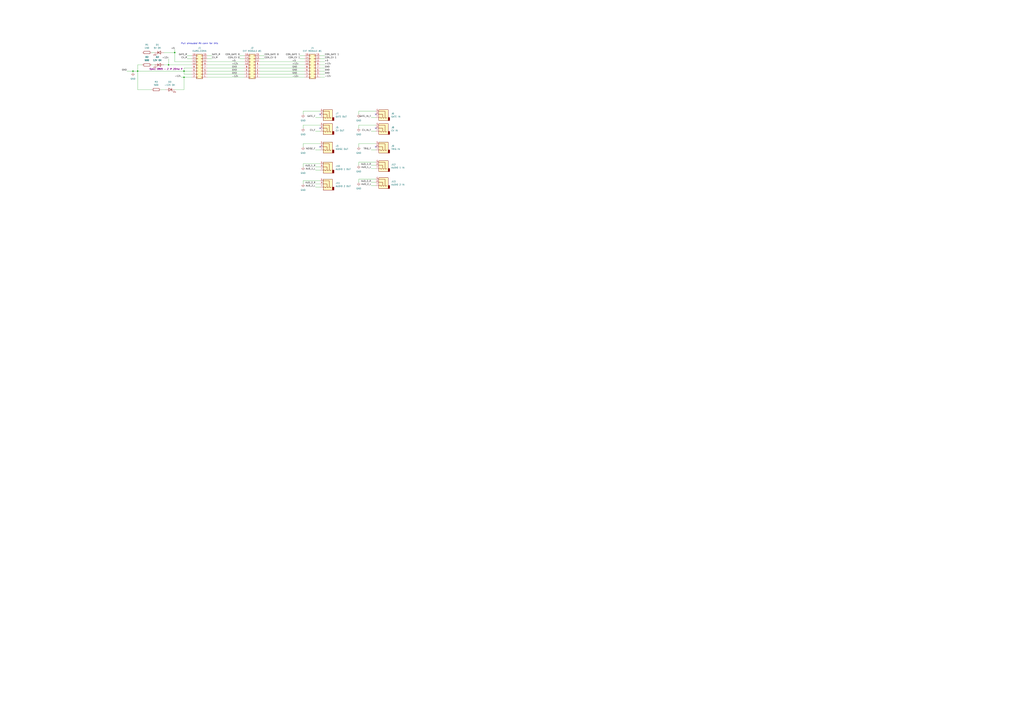
<source format=kicad_sch>
(kicad_sch (version 20231120) (generator "eeschema") (generator_version "8.0")
  (paper "A1")
  (lib_symbols
    (symbol "Connector_Audio:AudioJack3"
      (property "Reference" "J" (at 0 8.89 0))
      (property "Value" "AudioJack3" (at 0 6.35 0))
      (symbol "AudioJack3_0_1"
        (rectangle (start -5.08 -5.08) (end -6.35 -2.54) (stroke (width 0.254)) (fill (type outline)))
        (polyline (pts (xy 0 -2.54) (xy 0.635 -3.175) (xy 1.27 -2.54) (xy 2.54 -2.54)) (stroke (width 0.254)))
        (polyline (pts (xy -1.905 -2.54) (xy -1.27 -3.175) (xy -0.635 -2.54) (xy -0.635 0) (xy 2.54 0)) (stroke (width 0.254)))
        (polyline (pts (xy 2.54 2.54) (xy -2.54 2.54) (xy -2.54 -2.54) (xy -3.175 -3.175) (xy -3.81 -2.54)) (stroke (width 0.254)))
        (rectangle (start 2.54 3.81) (end -5.08 -5.08) (stroke (width 0.254)) (fill (type background)))
      )
      (symbol "AudioJack3_1_1"
        (pin passive line (at 5.08 0 180) (length 2.54) (name "~") (number "R"))
        (pin passive line (at 5.08 2.54 180) (length 2.54) (name "~") (number "S"))
        (pin passive line (at 5.08 -2.54 180) (length 2.54) (name "~") (number "T"))
      )
    )
    (symbol "Connector_Generic:Conn_02x08_Odd_Even" (pin_names (offset 1.016) hide)
      (property "Reference" "J" (at 1.27 10.16 0))
      (property "Value" "Conn_02x08_Odd_Even" (at 1.27 -12.7 0))
      (symbol "Conn_02x08_Odd_Even_1_1"
        (rectangle (start -1.27 -10.033) (end 0 -10.287) (stroke (width 0.1524)))
        (rectangle (start -1.27 -7.493) (end 0 -7.747) (stroke (width 0.1524)))
        (rectangle (start -1.27 -4.953) (end 0 -5.207) (stroke (width 0.1524)))
        (rectangle (start -1.27 -2.413) (end 0 -2.667) (stroke (width 0.1524)))
        (rectangle (start -1.27 0.127) (end 0 -0.127) (stroke (width 0.1524)))
        (rectangle (start -1.27 2.667) (end 0 2.413) (stroke (width 0.1524)))
        (rectangle (start -1.27 5.207) (end 0 4.953) (stroke (width 0.1524)))
        (rectangle (start -1.27 7.747) (end 0 7.493) (stroke (width 0.1524)))
        (rectangle (start -1.27 8.89) (end 3.81 -11.43) (stroke (width 0.254)) (fill (type background)))
        (rectangle (start 3.81 -10.033) (end 2.54 -10.287) (stroke (width 0.1524)))
        (rectangle (start 3.81 -7.493) (end 2.54 -7.747) (stroke (width 0.1524)))
        (rectangle (start 3.81 -4.953) (end 2.54 -5.207) (stroke (width 0.1524)))
        (rectangle (start 3.81 -2.413) (end 2.54 -2.667) (stroke (width 0.1524)))
        (rectangle (start 3.81 0.127) (end 2.54 -0.127) (stroke (width 0.1524)))
        (rectangle (start 3.81 2.667) (end 2.54 2.413) (stroke (width 0.1524)))
        (rectangle (start 3.81 5.207) (end 2.54 4.953) (stroke (width 0.1524)))
        (rectangle (start 3.81 7.747) (end 2.54 7.493) (stroke (width 0.1524)))
        (pin passive line (at -5.08 7.62 0) (length 3.81) (name "Pin_1") (number "1"))
        (pin passive line (at 7.62 -2.54 180) (length 3.81) (name "Pin_10") (number "10"))
        (pin passive line (at -5.08 -5.08 0) (length 3.81) (name "Pin_11") (number "11"))
        (pin passive line (at 7.62 -5.08 180) (length 3.81) (name "Pin_12") (number "12"))
        (pin passive line (at -5.08 -7.62 0) (length 3.81) (name "Pin_13") (number "13"))
        (pin passive line (at 7.62 -7.62 180) (length 3.81) (name "Pin_14") (number "14"))
        (pin passive line (at -5.08 -10.16 0) (length 3.81) (name "Pin_15") (number "15"))
        (pin passive line (at 7.62 -10.16 180) (length 3.81) (name "Pin_16") (number "16"))
        (pin passive line (at 7.62 7.62 180) (length 3.81) (name "Pin_2") (number "2"))
        (pin passive line (at -5.08 5.08 0) (length 3.81) (name "Pin_3") (number "3"))
        (pin passive line (at 7.62 5.08 180) (length 3.81) (name "Pin_4") (number "4"))
        (pin passive line (at -5.08 2.54 0) (length 3.81) (name "Pin_5") (number "5"))
        (pin passive line (at 7.62 2.54 180) (length 3.81) (name "Pin_6") (number "6"))
        (pin passive line (at -5.08 0 0) (length 3.81) (name "Pin_7") (number "7"))
        (pin passive line (at 7.62 0 180) (length 3.81) (name "Pin_8") (number "8"))
        (pin passive line (at -5.08 -2.54 0) (length 3.81) (name "Pin_9") (number "9"))
      )
    )
    (symbol "Device:LED" (pin_numbers hide) (pin_names (offset 1.016) hide)
      (property "Reference" "D" (at 0 2.54 0))
      (property "Value" "LED" (at 0 -2.54 0))
      (symbol "LED_0_1"
        (polyline (pts (xy -1.27 -1.27) (xy -1.27 1.27)) (stroke (width 0.254)))
        (polyline (pts (xy -1.27 0) (xy 1.27 0)))
        (polyline (pts (xy 1.27 -1.27) (xy 1.27 1.27) (xy -1.27 0) (xy 1.27 -1.27)) (stroke (width 0.254)))
        (polyline (pts (xy -3.048 -0.762) (xy -4.572 -2.286) (xy -3.81 -2.286) (xy -4.572 -2.286) (xy -4.572 -1.524)))
        (polyline (pts (xy -1.778 -0.762) (xy -3.302 -2.286) (xy -2.54 -2.286) (xy -3.302 -2.286) (xy -3.302 -1.524)))
      )
      (symbol "LED_1_1"
        (pin passive line (at -3.81 0 0) (length 2.54) (name "K") (number "1"))
        (pin passive line (at 3.81 0 180) (length 2.54) (name "A") (number "2"))
      )
    )
    (symbol "Device:R" (pin_numbers hide) (pin_names (offset 0))
      (property "Reference" "R" (at 2.032 0 90))
      (property "Value" "R" (at 0 0 90))
      (symbol "R_0_1"
        (rectangle (start -1.016 -2.54) (end 1.016 2.54) (stroke (width 0.254)))
      )
      (symbol "R_1_1"
        (pin passive line (at 0 3.81 270) (length 1.27) (name "~") (number "1"))
        (pin passive line (at 0 -3.81 90) (length 1.27) (name "~") (number "2"))
      )
    )
    (symbol "power:GND" (power) (pin_numbers hide) (pin_names (offset 0) hide)
      (property "Value" "GND" (at 0 -3.81 0))
      (symbol "GND_0_1"
        (polyline (pts (xy 0 0) (xy 0 -1.27) (xy 1.27 -1.27) (xy 0 -2.54) (xy -1.27 -1.27) (xy 0 -1.27)))
      )
      (symbol "GND_1_1"
        (pin power_in line (at 0 0 270) (length 0) (name "~") (number "1"))
      )
    )
  )
  (junction (at 151.13 63.5))
  (junction (at 138.43 53.34))
  (junction (at 143.51 43.18))
  (junction (at 151.13 58.42))
  (junction (at 109.22 58.42))
  (junction (at 113.03 58.42))
  (no_connect (at 262.89 105.41))
  (no_connect (at 308.61 93.98))
  (no_connect (at 262.89 120.65))
  (no_connect (at 308.61 105.41))
  (no_connect (at 308.61 120.65))
  (no_connect (at 262.89 93.98))
  (wire (pts (xy 294.64 102.87) (xy 308.61 102.87)))
  (wire (pts (xy 246.38 48.26) (xy 250.19 48.26)))
  (wire (pts (xy 266.7 55.88) (xy 262.89 55.88)))
  (wire (pts (xy 294.64 118.11) (xy 308.61 118.11)))
  (wire (pts (xy 213.36 58.42) (xy 250.19 58.42)))
  (wire (pts (xy 134.62 53.34) (xy 138.43 53.34)))
  (wire (pts (xy 259.08 139.7) (xy 262.89 139.7)))
  (wire (pts (xy 266.7 58.42) (xy 262.89 58.42)))
  (wire (pts (xy 259.08 153.67) (xy 262.89 153.67)))
  (wire (pts (xy 248.92 134.62) (xy 262.89 134.62)))
  (wire (pts (xy 116.84 53.34) (xy 113.03 53.34)))
  (wire (pts (xy 213.36 50.8) (xy 250.19 50.8)))
  (wire (pts (xy 124.46 53.34) (xy 127 53.34)))
  (wire (pts (xy 153.67 45.72) (xy 157.48 45.72)))
  (wire (pts (xy 151.13 58.42) (xy 157.48 58.42)))
  (wire (pts (xy 170.18 50.8) (xy 200.66 50.8)))
  (wire (pts (xy 151.13 63.5) (xy 157.48 63.5)))
  (wire (pts (xy 294.64 91.44) (xy 308.61 91.44)))
  (wire (pts (xy 259.08 123.19) (xy 262.89 123.19)))
  (wire (pts (xy 153.67 48.26) (xy 157.48 48.26)))
  (wire (pts (xy 170.18 58.42) (xy 200.66 58.42)))
  (wire (pts (xy 304.8 152.4) (xy 308.61 152.4)))
  (wire (pts (xy 294.64 118.11) (xy 294.64 120.65)))
  (wire (pts (xy 304.8 107.95) (xy 308.61 107.95)))
  (wire (pts (xy 266.7 50.8) (xy 262.89 50.8)))
  (wire (pts (xy 248.92 91.44) (xy 262.89 91.44)))
  (wire (pts (xy 248.92 102.87) (xy 262.89 102.87)))
  (wire (pts (xy 143.51 40.64) (xy 143.51 43.18)))
  (wire (pts (xy 173.99 48.26) (xy 170.18 48.26)))
  (wire (pts (xy 170.18 63.5) (xy 200.66 63.5)))
  (wire (pts (xy 143.51 50.8) (xy 157.48 50.8)))
  (wire (pts (xy 304.8 149.86) (xy 308.61 149.86)))
  (wire (pts (xy 138.43 53.34) (xy 157.48 53.34)))
  (wire (pts (xy 259.08 151.13) (xy 262.89 151.13)))
  (wire (pts (xy 143.51 43.18) (xy 143.51 50.8)))
  (wire (pts (xy 196.85 45.72) (xy 200.66 45.72)))
  (wire (pts (xy 213.36 60.96) (xy 250.19 60.96)))
  (wire (pts (xy 248.92 102.87) (xy 248.92 105.41)))
  (wire (pts (xy 135.89 73.66) (xy 132.08 73.66)))
  (wire (pts (xy 104.14 58.42) (xy 109.22 58.42)))
  (wire (pts (xy 170.18 55.88) (xy 200.66 55.88)))
  (wire (pts (xy 248.92 134.62) (xy 248.92 137.16)))
  (wire (pts (xy 113.03 73.66) (xy 113.03 58.42)))
  (wire (pts (xy 259.08 96.52) (xy 262.89 96.52)))
  (wire (pts (xy 266.7 63.5) (xy 262.89 63.5)))
  (wire (pts (xy 109.22 59.69) (xy 109.22 58.42)))
  (wire (pts (xy 213.36 55.88) (xy 250.19 55.88)))
  (wire (pts (xy 134.62 43.18) (xy 143.51 43.18)))
  (wire (pts (xy 304.8 135.89) (xy 308.61 135.89)))
  (wire (pts (xy 173.99 45.72) (xy 170.18 45.72)))
  (wire (pts (xy 151.13 60.96) (xy 157.48 60.96)))
  (wire (pts (xy 248.92 91.44) (xy 248.92 93.98)))
  (wire (pts (xy 148.59 63.5) (xy 151.13 63.5)))
  (wire (pts (xy 294.64 91.44) (xy 294.64 93.98)))
  (wire (pts (xy 109.22 58.42) (xy 113.03 58.42)))
  (wire (pts (xy 248.92 148.59) (xy 248.92 151.13)))
  (wire (pts (xy 151.13 55.88) (xy 157.48 55.88)))
  (wire (pts (xy 304.8 138.43) (xy 308.61 138.43)))
  (wire (pts (xy 266.7 45.72) (xy 262.89 45.72)))
  (wire (pts (xy 266.7 60.96) (xy 262.89 60.96)))
  (wire (pts (xy 170.18 53.34) (xy 200.66 53.34)))
  (wire (pts (xy 294.64 147.32) (xy 308.61 147.32)))
  (wire (pts (xy 294.64 102.87) (xy 294.64 105.41)))
  (wire (pts (xy 124.46 43.18) (xy 127 43.18)))
  (wire (pts (xy 113.03 73.66) (xy 124.46 73.66)))
  (wire (pts (xy 248.92 148.59) (xy 262.89 148.59)))
  (wire (pts (xy 196.85 48.26) (xy 200.66 48.26)))
  (wire (pts (xy 304.8 96.52) (xy 308.61 96.52)))
  (wire (pts (xy 170.18 60.96) (xy 200.66 60.96)))
  (wire (pts (xy 217.17 45.72) (xy 213.36 45.72)))
  (wire (pts (xy 266.7 53.34) (xy 262.89 53.34)))
  (wire (pts (xy 113.03 53.34) (xy 113.03 58.42)))
  (wire (pts (xy 113.03 58.42) (xy 151.13 58.42)))
  (wire (pts (xy 294.64 133.35) (xy 308.61 133.35)))
  (wire (pts (xy 151.13 63.5) (xy 151.13 73.66)))
  (wire (pts (xy 143.51 73.66) (xy 151.13 73.66)))
  (wire (pts (xy 151.13 55.88) (xy 151.13 58.42)))
  (wire (pts (xy 217.17 48.26) (xy 213.36 48.26)))
  (wire (pts (xy 294.64 133.35) (xy 294.64 135.89)))
  (wire (pts (xy 248.92 118.11) (xy 248.92 120.65)))
  (wire (pts (xy 246.38 45.72) (xy 250.19 45.72)))
  (wire (pts (xy 259.08 107.95) (xy 262.89 107.95)))
  (wire (pts (xy 259.08 137.16) (xy 262.89 137.16)))
  (wire (pts (xy 266.7 48.26) (xy 262.89 48.26)))
  (wire (pts (xy 138.43 48.26) (xy 138.43 53.34)))
  (wire (pts (xy 248.92 118.11) (xy 262.89 118.11)))
  (wire (pts (xy 294.64 147.32) (xy 294.64 149.86)))
  (wire (pts (xy 213.36 63.5) (xy 250.19 63.5)))
  (wire (pts (xy 304.8 123.19) (xy 308.61 123.19)))
  (wire (pts (xy 213.36 53.34) (xy 250.19 53.34)))
  (wire (pts (xy 151.13 58.42) (xy 151.13 60.96)))
  (text "Pull shrouded RA conn for this" (at 163.83 35.814 0) (effects (font (size 1.27 1.27) (italic yes))))
  (label "GATE_F" (at 259.08 96.52 180))
  (label "CON_GATE 0" (at 196.85 45.72 180))
  (label "+5" (at 190.5 50.8 0))
  (label "GND" (at 266.7 60.96 0))
  (label "AUD_2_R" (at 259.08 151.13 180))
  (label "-12v" (at 148.59 63.5 180))
  (label "GND" (at 190.5 55.88 0))
  (label "CON_CV 1" (at 266.7 48.26 0))
  (label "+12v" (at 190.5 53.34 0))
  (label "CV_R" (at 173.99 48.26 0))
  (label "-12v" (at 190.5 63.5 0))
  (label "AUD_2_R" (at 304.8 149.86 180))
  (label "AUD_1_R" (at 259.08 137.16 180))
  (label "CV_R" (at 153.67 48.26 180))
  (label "CV_F" (at 259.08 107.95 180))
  (label "+5" (at 266.7 50.8 0))
  (label "CV_IN_F" (at 304.8 107.95 180))
  (label "GATE_IN_F" (at 304.8 96.52 180))
  (label "GND" (at 104.14 58.42 180))
  (label "+12v" (at 266.7 53.34 0))
  (label "CON_CV 1" (at 246.38 48.26 180))
  (label "CON_GATE 1" (at 266.7 45.72 0))
  (label "CON_GATE 0" (at 217.17 45.72 0))
  (label "CON_CV 0" (at 217.17 48.26 0))
  (label "-12v" (at 266.7 63.5 0))
  (label "CON_GATE 1" (at 246.38 45.72 180))
  (label "AUD_2_L" (at 304.8 152.4 180))
  (label "-12v" (at 240.03 63.5 0))
  (label "+12v" (at 138.43 48.26 180))
  (label "AUD_1_L" (at 304.8 138.43 180))
  (label "GND" (at 240.03 58.42 0))
  (label "GND" (at 190.5 60.96 0))
  (label "AUD_2_L" (at 259.08 153.67 180))
  (label "NOISE_F" (at 259.08 123.19 180))
  (label "TRIG_F" (at 304.8 123.19 180))
  (label "+5" (at 143.51 40.64 180))
  (label "GND" (at 266.7 55.88 0))
  (label "+5" (at 240.03 50.8 0))
  (label "GND" (at 190.5 58.42 0))
  (label "+12v" (at 240.03 53.34 0))
  (label "CON_CV 0" (at 196.85 48.26 180))
  (label "GND" (at 266.7 58.42 0))
  (label "GATE_R" (at 173.99 45.72 0))
  (label "AUD_1_R" (at 304.8 135.89 180))
  (label "GATE_R" (at 153.67 45.72 180))
  (label "GND" (at 240.03 60.96 0))
  (label "GND" (at 240.03 55.88 0))
  (label "AUD_1_L" (at 259.08 139.7 180))
  (symbol (lib_id "Connector_Audio:AudioJack3") (at 267.97 93.98 0) (mirror y) (unit 1)
    (property "Reference" "J7" (at 275.59 93.3449 0) (effects (justify right)))
    (property "Value" "GATE OUT" (at 275.59 95.8849 0) (effects (justify right)))
    (property "Footprint" "Connector_Audio:Jack_3.5mm_Ledino_KB3SPRS_Horizontal" (effects (hide yes)))
    (property "Description" "Audio Jack, 3 Poles (Stereo / TRS)" (effects (hide yes)))
  )
  (symbol (lib_id "power:GND") (at 109.22 59.69 0) (unit 1)
    (property "Reference" "#PWR01" (effects (hide yes)))
    (property "Value" "GND" (at 109.22 64.77 0))
    (property "Description" "Power symbol creates a global label with name \"GND\" , ground" (effects (hide yes)))
  )
  (symbol (lib_id "power:GND") (at 248.92 93.98 0) (unit 1)
    (property "Reference" "#PWR02" (effects (hide yes)))
    (property "Value" "GND" (at 248.92 99.06 0))
    (property "Description" "Power symbol creates a global label with name \"GND\" , ground" (effects (hide yes)))
  )
  (symbol (lib_id "Connector_Audio:AudioJack3") (at 267.97 105.41 0) (mirror y) (unit 1)
    (property "Reference" "J5" (at 275.59 104.7749 0) (effects (justify right)))
    (property "Value" "CV OUT" (at 275.59 107.3149 0) (effects (justify right)))
    (property "Footprint" "Connector_Audio:Jack_3.5mm_Ledino_KB3SPRS_Horizontal" (effects (hide yes)))
    (property "Description" "Audio Jack, 3 Poles (Stereo / TRS)" (effects (hide yes)))
  )
  (symbol (lib_id "Connector_Generic:Conn_02x08_Odd_Even") (at 165.1 55.88 180) (unit 1)
    (property "Reference" "J1" (at 163.83 39.37 0))
    (property "Value" "EURO_CONN" (at 163.83 41.91 0))
    (property "Footprint" "AT-Footprints:EURORACK Right Angle" (effects (hide yes)))
    (property "Description" "Generic connector, double row, 02x08, odd/even pin numbering scheme (row 1 odd numbers, row 2 even numbers), script generated (kicad-library-utils/schlib/autogen/connector/)" (effects (hide yes)))
  )
  (symbol (lib_id "Connector_Audio:AudioJack3") (at 313.69 135.89 0) (mirror y) (unit 1)
    (property "Reference" "J12" (at 321.31 135.2549 0) (effects (justify right)))
    (property "Value" "AUDIO 1 IN" (at 321.31 137.7949 0) (effects (justify right)))
    (property "Footprint" "Connector_Audio:Jack_3.5mm_Ledino_KB3SPRS_Horizontal" (effects (hide yes)))
    (property "Description" "Audio Jack, 3 Poles (Stereo / TRS)" (effects (hide yes)))
  )
  (symbol (lib_id "Connector_Audio:AudioJack3") (at 313.69 120.65 0) (mirror y) (unit 1)
    (property "Reference" "J9" (at 321.31 120.0149 0) (effects (justify right)))
    (property "Value" "TRIG IN" (at 321.31 122.5549 0) (effects (justify right)))
    (property "Footprint" "Connector_Audio:Jack_3.5mm_Ledino_KB3SPRS_Horizontal" (effects (hide yes)))
    (property "Description" "Audio Jack, 3 Poles (Stereo / TRS)" (effects (hide yes)))
  )
  (symbol (lib_id "power:GND") (at 248.92 151.13 0) (unit 1)
    (property "Reference" "#PWR09" (effects (hide yes)))
    (property "Value" "GND" (at 248.92 156.21 0))
    (property "Description" "Power symbol creates a global label with name \"GND\" , ground" (effects (hide yes)))
  )
  (symbol (lib_id "Device:R") (at 120.65 53.34 90) (unit 1)
    (property "Reference" "R2" (at 120.65 46.99 90))
    (property "Value" "500" (at 120.65 49.53 90))
    (property "Footprint" "Resistor_SMD:R_0805_2012Metric_Pad1.20x1.40mm_HandSolder" (effects (hide yes)))
    (property "Description" "Resistor" (effects (hide yes)))
  )
  (symbol (lib_id "Connector_Audio:AudioJack3") (at 267.97 120.65 0) (mirror y) (unit 1)
    (property "Reference" "J3" (at 275.59 120.0149 0) (effects (justify right)))
    (property "Value" "NOISE OUT" (at 275.59 122.5549 0) (effects (justify right)))
    (property "Footprint" "Connector_Audio:Jack_3.5mm_Ledino_KB3SPRS_Horizontal" (effects (hide yes)))
    (property "Description" "Audio Jack, 3 Poles (Stereo / TRS)" (effects (hide yes)))
  )
  (symbol (lib_id "Device:LED") (at 130.81 53.34 0) (unit 1)
    (property "Reference" "D2" (at 129.2225 46.99 0))
    (property "Value" "12V OK" (at 129.2225 49.53 0))
    (property "Footprint" "LED_SMD:LED_0805_2012Metric" (effects (hide yes)))
    (property "Datasheet" "https://www.digikey.com/en/products/filter/led-indication-discrete/105?s=N4IgjCBcoGwJxVAYygMwIYBsDOBTANCAPZQDaIALAAxwDMdIAuoQA4AuUIAymwE4CWAOwDmIAL6FaYBNBApIGHAWJlwMABwB2AEzamrDpG58hoiSACsFWojloseQiUjkw1qhZj6Q7TjwEi4oRg2nAQsvKKjiouIPS02uogknShySDqYOowFprpGhQUXoQFFkklcFoIhOq0GnmEFJplmuUZdQw1tJpUbbWaYBBdzdXtmjrp6oWek9NtTS0IzD6GxgFmwZUyyPZKTqpUTOYAtNt2kHwArsrOrkeEx3oRUFc3qhZH5k-kmLgAJkcgA" (effects (hide yes)))
    (property "Description" "Light emitting diode" (effects (hide yes)))
    (property "Spec" "0805 - 2 Vf 20ma If" (at 136.144 56.642 0) (show_name yes) (effects (font (italic yes))))
  )
  (symbol (lib_id "Device:R") (at 120.65 43.18 90) (unit 1)
    (property "Reference" "R1" (at 120.65 36.83 90))
    (property "Value" "150" (at 120.65 39.37 90))
    (property "Footprint" "Resistor_SMD:R_0805_2012Metric_Pad1.20x1.40mm_HandSolder" (effects (hide yes)))
    (property "Description" "Resistor" (effects (hide yes)))
  )
  (symbol (lib_id "Connector_Audio:AudioJack3") (at 267.97 151.13 0) (mirror y) (unit 1)
    (property "Reference" "J11" (at 275.59 150.4949 0) (effects (justify right)))
    (property "Value" "AUDIO 2 OUT" (at 275.59 153.0349 0) (effects (justify right)))
    (property "Footprint" "Connector_Audio:Jack_3.5mm_Ledino_KB3SPRS_Horizontal" (effects (hide yes)))
    (property "Description" "Audio Jack, 3 Poles (Stereo / TRS)" (effects (hide yes)))
  )
  (symbol (lib_id "Connector_Generic:Conn_02x08_Odd_Even") (at 257.81 55.88 180) (unit 1)
    (property "Reference" "J4" (at 256.54 39.37 0))
    (property "Value" "EXT MODULE #1" (at 256.54 41.91 0))
    (property "Footprint" "AT-Footprints:EURORACK Right Angle" (effects (hide yes)))
    (property "Description" "Generic connector, double row, 02x08, odd/even pin numbering scheme (row 1 odd numbers, row 2 even numbers), script generated (kicad-library-utils/schlib/autogen/connector/)" (effects (hide yes)))
  )
  (symbol (lib_id "Connector_Audio:AudioJack3") (at 313.69 149.86 0) (mirror y) (unit 1)
    (property "Reference" "J13" (at 321.31 149.2249 0) (effects (justify right)))
    (property "Value" "AUDIO 2 IN" (at 321.31 151.7649 0) (effects (justify right)))
    (property "Footprint" "Connector_Audio:Jack_3.5mm_Ledino_KB3SPRS_Horizontal" (effects (hide yes)))
    (property "Description" "Audio Jack, 3 Poles (Stereo / TRS)" (effects (hide yes)))
  )
  (symbol (lib_id "power:GND") (at 248.92 120.65 0) (unit 1)
    (property "Reference" "#PWR03" (effects (hide yes)))
    (property "Value" "GND" (at 248.92 125.73 0))
    (property "Description" "Power symbol creates a global label with name \"GND\" , ground" (effects (hide yes)))
  )
  (symbol (lib_id "Connector_Generic:Conn_02x08_Odd_Even") (at 208.28 55.88 180) (unit 1)
    (property "Reference" "J2" (at 207.01 39.37 0))
    (property "Value" "EXT MODULE #1" (at 207.01 41.91 0))
    (property "Footprint" "AT-Footprints:EURORACK Right Angle" (effects (hide yes)))
    (property "Description" "Generic connector, double row, 02x08, odd/even pin numbering scheme (row 1 odd numbers, row 2 even numbers), script generated (kicad-library-utils/schlib/autogen/connector/)" (effects (hide yes)))
  )
  (symbol (lib_id "Connector_Audio:AudioJack3") (at 313.69 93.98 0) (mirror y) (unit 1)
    (property "Reference" "J6" (at 321.31 93.3449 0) (effects (justify right)))
    (property "Value" "GATE IN" (at 321.31 95.8849 0) (effects (justify right)))
    (property "Footprint" "Connector_Audio:Jack_3.5mm_Ledino_KB3SPRS_Horizontal" (effects (hide yes)))
    (property "Description" "Audio Jack, 3 Poles (Stereo / TRS)" (effects (hide yes)))
  )
  (symbol (lib_id "power:GND") (at 248.92 137.16 0) (unit 1)
    (property "Reference" "#PWR08" (effects (hide yes)))
    (property "Value" "GND" (at 248.92 142.24 0))
    (property "Description" "Power symbol creates a global label with name \"GND\" , ground" (effects (hide yes)))
  )
  (symbol (lib_id "Connector_Audio:AudioJack3") (at 313.69 105.41 0) (mirror y) (unit 1)
    (property "Reference" "J8" (at 321.31 104.7749 0) (effects (justify right)))
    (property "Value" "CV IN" (at 321.31 107.3149 0) (effects (justify right)))
    (property "Footprint" "Connector_Audio:Jack_3.5mm_Ledino_KB3SPRS_Horizontal" (effects (hide yes)))
    (property "Description" "Audio Jack, 3 Poles (Stereo / TRS)" (effects (hide yes)))
  )
  (symbol (lib_id "Device:LED") (at 130.81 43.18 0) (unit 1)
    (property "Reference" "D1" (at 129.2225 36.83 0))
    (property "Value" "5V OK" (at 129.2225 39.37 0))
    (property "Footprint" "LED_SMD:LED_0805_2012Metric" (effects (hide yes)))
    (property "Datasheet" "https://www.digikey.com/en/products/filter/led-indication-discrete/105?s=N4IgjCBcoGwJxVAYygMwIYBsDOBTANCAPZQDaIALAAxwDMdIAuoQA4AuUIAymwE4CWAOwDmIAL6FaYBNBApIGHAWJlwMABwB2AEzamrDpG58hoiSACsFWojloseQiUjkw1qhZj6Q7TjwEi4oRg2nAQsvKKjiouIPS02uogknShySDqYOowFprpGhQUXoQFFkklcFoIhOq0GnmEFJplmuUZdQw1tJpUbbWaYBBdzdXtmjrp6oWek9NtTS0IzD6GxgFmwZUyyPZKTqpUTOYAtNt2kHwArsrOrkeEx3oRUFc3qhZH5k-kmLgAJkcgA" (effects (hide yes)))
    (property "Description" "Light emitting diode" (effects (hide yes)))
    (property "Spec" "0805 - 2 Vf 20ma If" (effects (hide yes)))
  )
  (symbol (lib_id "power:GND") (at 294.64 135.89 0) (unit 1)
    (property "Reference" "#PWR010" (effects (hide yes)))
    (property "Value" "GND" (at 294.64 140.97 0))
    (property "Description" "Power symbol creates a global label with name \"GND\" , ground" (effects (hide yes)))
  )
  (symbol (lib_id "power:GND") (at 294.64 93.98 0) (unit 1)
    (property "Reference" "#PWR05" (effects (hide yes)))
    (property "Value" "GND" (at 294.64 99.06 0))
    (property "Description" "Power symbol creates a global label with name \"GND\" , ground" (effects (hide yes)))
  )
  (symbol (lib_id "Device:LED") (at 139.7 73.66 0) (mirror y) (unit 1)
    (property "Reference" "D3" (at 139.446 67.31 0))
    (property "Value" "-12V OK" (at 139.446 69.85 0))
    (property "Footprint" "LED_SMD:LED_0805_2012Metric" (effects (hide yes)))
    (property "Datasheet" "https://www.digikey.com/en/products/filter/led-indication-discrete/105?s=N4IgjCBcoGwJxVAYygMwIYBsDOBTANCAPZQDaIALAAxwDMdIAuoQA4AuUIAymwE4CWAOwDmIAL6FaYBNBApIGHAWJlwMABwB2AEzamrDpG58hoiSACsFWojloseQiUjkw1qhZj6Q7TjwEi4oRg2nAQsvKKjiouIPS02uogknShySDqYOowFprpGhQUXoQFFkklcFoIhOq0GnmEFJplmuUZdQw1tJpUbbWaYBBdzdXtmjrp6oWek9NtTS0IzD6GxgFmwZUyyPZKTqpUTOYAtNt2kHwArsrOrkeEx3oRUFc3qhZH5k-kmLgAJkcgA" (effects (hide yes)))
    (property "Description" "Light emitting diode" (effects (hide yes)))
    (property "Spec" "0805 - 2 Vf 20ma If" (effects (hide yes)))
  )
  (symbol (lib_id "power:GND") (at 294.64 149.86 0) (unit 1)
    (property "Reference" "#PWR011" (effects (hide yes)))
    (property "Value" "GND" (at 294.64 154.94 0))
    (property "Description" "Power symbol creates a global label with name \"GND\" , ground" (effects (hide yes)))
  )
  (symbol (lib_id "power:GND") (at 248.92 105.41 0) (unit 1)
    (property "Reference" "#PWR04" (effects (hide yes)))
    (property "Value" "GND" (at 248.92 110.49 0))
    (property "Description" "Power symbol creates a global label with name \"GND\" , ground" (effects (hide yes)))
  )
  (symbol (lib_id "Connector_Audio:AudioJack3") (at 267.97 137.16 0) (mirror y) (unit 1)
    (property "Reference" "J10" (at 275.59 136.5249 0) (effects (justify right)))
    (property "Value" "AUDIO 1 OUT" (at 275.59 139.0649 0) (effects (justify right)))
    (property "Footprint" "Connector_Audio:Jack_3.5mm_Ledino_KB3SPRS_Horizontal" (effects (hide yes)))
    (property "Description" "Audio Jack, 3 Poles (Stereo / TRS)" (effects (hide yes)))
  )
  (symbol (lib_id "Device:R") (at 128.27 73.66 270) (mirror x) (unit 1)
    (property "Reference" "R3" (at 128.27 67.31 90))
    (property "Value" "500" (at 128.27 69.85 90))
    (property "Footprint" "Resistor_SMD:R_0805_2012Metric_Pad1.20x1.40mm_HandSolder" (effects (hide yes)))
    (property "Description" "Resistor" (effects (hide yes)))
  )
  (symbol (lib_id "power:GND") (at 294.64 120.65 0) (unit 1)
    (property "Reference" "#PWR07" (effects (hide yes)))
    (property "Value" "GND" (at 294.64 125.73 0))
    (property "Description" "Power symbol creates a global label with name \"GND\" , ground" (effects (hide yes)))
  )
  (symbol (lib_id "power:GND") (at 294.64 105.41 0) (unit 1)
    (property "Reference" "#PWR06" (effects (hide yes)))
    (property "Value" "GND" (at 294.64 110.49 0))
    (property "Description" "Power symbol creates a global label with name \"GND\" , ground" (effects (hide yes)))
  )
)
</source>
